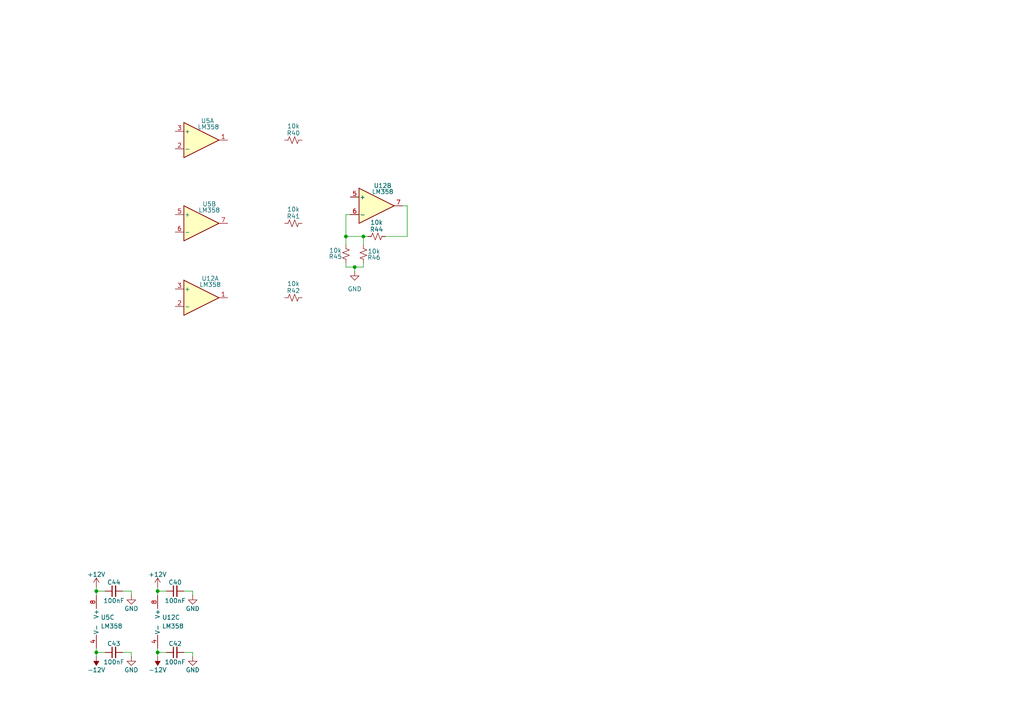
<source format=kicad_sch>
(kicad_sch (version 20231120) (generator "eeschema") (generator_version "8.0")
  (paper "A4")
  (lib_symbols
    (symbol "Amplifier_Operational:LM358" (pin_names (offset 0.127))
      (property "Reference" "U" (at 0 5.08 0))
      (property "Value" "LM358" (at 0 -5.08 0))
      (symbol "LM358_1_1"
        (polyline (pts (xy -5.08 5.08) (xy 5.08 0) (xy -5.08 -5.08) (xy -5.08 5.08)) (stroke (width 0.254)) (fill (type background)))
        (pin output line (at 7.62 0 180) (length 2.54) (name "~") (number "1"))
        (pin input line (at -7.62 -2.54 0) (length 2.54) (name "-") (number "2"))
        (pin input line (at -7.62 2.54 0) (length 2.54) (name "+") (number "3"))
      )
      (symbol "LM358_2_1"
        (polyline (pts (xy -5.08 5.08) (xy 5.08 0) (xy -5.08 -5.08) (xy -5.08 5.08)) (stroke (width 0.254)) (fill (type background)))
        (pin input line (at -7.62 2.54 0) (length 2.54) (name "+") (number "5"))
        (pin input line (at -7.62 -2.54 0) (length 2.54) (name "-") (number "6"))
        (pin output line (at 7.62 0 180) (length 2.54) (name "~") (number "7"))
      )
      (symbol "LM358_3_1"
        (pin power_in line (at -2.54 -7.62 90) (length 3.81) (name "V-") (number "4"))
        (pin power_in line (at -2.54 7.62 270) (length 3.81) (name "V+") (number "8"))
      )
    )
    (symbol "Device:C_Small" (pin_numbers hide) (pin_names (offset 0.254) hide)
      (property "Reference" "C" (at 0.254 1.778 0))
      (property "Value" "C_Small" (at 0.254 -2.032 0))
      (symbol "C_Small_0_1"
        (polyline (pts (xy -1.524 -0.508) (xy 1.524 -0.508)) (stroke (width 0.3302)))
        (polyline (pts (xy -1.524 0.508) (xy 1.524 0.508)) (stroke (width 0.3048)))
      )
      (symbol "C_Small_1_1"
        (pin passive line (at 0 2.54 270) (length 2.032) (name "~") (number "1"))
        (pin passive line (at 0 -2.54 90) (length 2.032) (name "~") (number "2"))
      )
    )
    (symbol "Device:R_Small_US" (pin_numbers hide) (pin_names (offset 0.254) hide)
      (property "Reference" "R" (at 0.762 0.508 0))
      (property "Value" "R_Small_US" (at 0.762 -1.016 0))
      (symbol "R_Small_US_1_1"
        (polyline (pts (xy 0 0) (xy 1.016 -0.381) (xy 0 -0.762) (xy -1.016 -1.143) (xy 0 -1.524)))
        (polyline (pts (xy 0 1.524) (xy 1.016 1.143) (xy 0 0.762) (xy -1.016 0.381) (xy 0 0)))
        (pin passive line (at 0 2.54 270) (length 1.016) (name "~") (number "1"))
        (pin passive line (at 0 -2.54 90) (length 1.016) (name "~") (number "2"))
      )
    )
    (symbol "power:+12V" (power) (pin_numbers hide) (pin_names (offset 0) hide)
      (property "Value" "+12V" (at 0 3.556 0))
      (symbol "+12V_0_1"
        (polyline (pts (xy -0.762 1.27) (xy 0 2.54)))
        (polyline (pts (xy 0 0) (xy 0 2.54)))
        (polyline (pts (xy 0 2.54) (xy 0.762 1.27)))
      )
      (symbol "+12V_1_1"
        (pin power_in line (at 0 0 90) (length 0) (name "~") (number "1"))
      )
    )
    (symbol "power:-12V" (power) (pin_numbers hide) (pin_names (offset 0) hide)
      (property "Value" "-12V" (at 0 3.556 0))
      (symbol "-12V_0_0"
        (pin power_in line (at 0 0 90) (length 0) (name "~") (number "1"))
      )
      (symbol "-12V_0_1"
        (polyline (pts (xy 0 0) (xy 0 1.27) (xy 0.762 1.27) (xy 0 2.54) (xy -0.762 1.27) (xy 0 1.27)) (fill (type outline)))
      )
    )
    (symbol "power:GND" (power) (pin_numbers hide) (pin_names (offset 0) hide)
      (property "Value" "GND" (at 0 -3.81 0))
      (symbol "GND_0_1"
        (polyline (pts (xy 0 0) (xy 0 -1.27) (xy 1.27 -1.27) (xy 0 -2.54) (xy -1.27 -1.27) (xy 0 -1.27)))
      )
      (symbol "GND_1_1"
        (pin power_in line (at 0 0 270) (length 0) (name "~") (number "1"))
      )
    )
  )
  (junction (at 45.72 189.23))
  (junction (at 45.72 171.45))
  (junction (at 100.33 68.58))
  (junction (at 105.41 68.58))
  (junction (at 27.94 171.45))
  (junction (at 27.94 189.23))
  (junction (at 102.87 77.47))
  (wire (pts (xy 27.94 189.23) (xy 27.94 190.5)))
  (wire (pts (xy 48.26 171.45) (xy 45.72 171.45)))
  (wire (pts (xy 38.1 190.5) (xy 38.1 189.23)))
  (wire (pts (xy 55.88 190.5) (xy 55.88 189.23)))
  (wire (pts (xy 27.94 171.45) (xy 27.94 172.72)))
  (wire (pts (xy 118.11 59.69) (xy 116.84 59.69)))
  (wire (pts (xy 100.33 76.2) (xy 100.33 77.47)))
  (wire (pts (xy 55.88 172.72) (xy 55.88 171.45)))
  (wire (pts (xy 27.94 189.23) (xy 27.94 187.96)))
  (wire (pts (xy 38.1 172.72) (xy 38.1 171.45)))
  (wire (pts (xy 105.41 68.58) (xy 105.41 71.12)))
  (wire (pts (xy 27.94 170.18) (xy 27.94 171.45)))
  (wire (pts (xy 118.11 59.69) (xy 118.11 68.58)))
  (wire (pts (xy 100.33 62.23) (xy 100.33 68.58)))
  (wire (pts (xy 100.33 68.58) (xy 100.33 71.12)))
  (wire (pts (xy 106.68 68.58) (xy 105.41 68.58)))
  (wire (pts (xy 30.48 171.45) (xy 27.94 171.45)))
  (wire (pts (xy 105.41 76.2) (xy 105.41 77.47)))
  (wire (pts (xy 100.33 77.47) (xy 102.87 77.47)))
  (wire (pts (xy 45.72 189.23) (xy 45.72 187.96)))
  (wire (pts (xy 48.26 189.23) (xy 45.72 189.23)))
  (wire (pts (xy 45.72 189.23) (xy 45.72 190.5)))
  (wire (pts (xy 45.72 171.45) (xy 45.72 172.72)))
  (wire (pts (xy 111.76 68.58) (xy 118.11 68.58)))
  (wire (pts (xy 101.6 62.23) (xy 100.33 62.23)))
  (wire (pts (xy 105.41 68.58) (xy 100.33 68.58)))
  (wire (pts (xy 105.41 77.47) (xy 102.87 77.47)))
  (wire (pts (xy 38.1 189.23) (xy 35.56 189.23)))
  (wire (pts (xy 38.1 171.45) (xy 35.56 171.45)))
  (wire (pts (xy 102.87 77.47) (xy 102.87 78.74)))
  (wire (pts (xy 30.48 189.23) (xy 27.94 189.23)))
  (wire (pts (xy 45.72 170.18) (xy 45.72 171.45)))
  (wire (pts (xy 55.88 171.45) (xy 53.34 171.45)))
  (wire (pts (xy 55.88 189.23) (xy 53.34 189.23)))
  (symbol (lib_id "power:GND") (at 102.87 78.74 0) (unit 1)
    (property "Reference" "#PWR081" (effects (hide yes)))
    (property "Value" "GND" (at 102.87 83.82 0))
    (property "Description" "Power symbol creates a global label with name \"GND\" , ground" (effects (hide yes)))
  )
  (symbol (lib_id "Device:R_Small_US") (at 85.09 40.64 270) (unit 1)
    (property "Reference" "R40" (at 85.09 38.608 90))
    (property "Value" "10k" (at 85.09 36.576 90))
    (property "Description" "Resistor, small US symbol" (effects (hide yes)))
  )
  (symbol (lib_id "power:+12V") (at 27.94 170.18 0) (unit 1)
    (property "Reference" "#PWR091" (effects (hide yes)))
    (property "Value" "+12V" (at 27.94 166.624 0))
    (property "Description" "Power symbol creates a global label with name \"+12V\"" (effects (hide yes)))
  )
  (symbol (lib_id "Amplifier_Operational:LM358") (at 109.22 59.69 0) (unit 2)
    (property "Reference" "U12" (at 110.998 53.848 0))
    (property "Value" "LM358" (at 110.998 55.626 0))
    (property "Datasheet" "http://www.ti.com/lit/ds/symlink/lm2904-n.pdf" (effects (hide yes)))
    (property "Description" "Low-Power, Dual Operational Amplifiers, DIP-8/SOIC-8/TO-99-8" (effects (hide yes)))
  )
  (symbol (lib_id "Device:R_Small_US") (at 85.09 86.36 270) (unit 1)
    (property "Reference" "R42" (at 85.09 84.328 90))
    (property "Value" "10k" (at 85.09 82.296 90))
    (property "Description" "Resistor, small US symbol" (effects (hide yes)))
  )
  (symbol (lib_id "Device:C_Small") (at 50.8 189.23 90) (unit 1)
    (property "Reference" "C42" (at 50.8 186.69 90))
    (property "Value" "100nF" (at 50.8 192.024 90))
    (property "Description" "Unpolarized capacitor, small symbol" (effects (hide yes)))
  )
  (symbol (lib_id "power:GND") (at 38.1 172.72 0) (unit 1)
    (property "Reference" "#PWR092" (effects (hide yes)))
    (property "Value" "GND" (at 38.1 176.53 0))
    (property "Description" "Power symbol creates a global label with name \"GND\" , ground" (effects (hide yes)))
  )
  (symbol (lib_id "Device:R_Small_US") (at 85.09 64.77 270) (unit 1)
    (property "Reference" "R41" (at 85.09 62.738 90))
    (property "Value" "10k" (at 85.09 60.706 90))
    (property "Description" "Resistor, small US symbol" (effects (hide yes)))
  )
  (symbol (lib_id "power:GND") (at 55.88 190.5 0) (unit 1)
    (property "Reference" "#PWR088" (effects (hide yes)))
    (property "Value" "GND" (at 55.88 194.31 0))
    (property "Description" "Power symbol creates a global label with name \"GND\" , ground" (effects (hide yes)))
  )
  (symbol (lib_id "power:+12V") (at 45.72 170.18 0) (unit 1)
    (property "Reference" "#PWR085" (effects (hide yes)))
    (property "Value" "+12V" (at 45.72 166.624 0))
    (property "Description" "Power symbol creates a global label with name \"+12V\"" (effects (hide yes)))
  )
  (symbol (lib_id "Amplifier_Operational:LM358") (at 48.26 180.34 0) (unit 3)
    (property "Reference" "U12" (at 46.99 179.0699 0) (effects (justify left)))
    (property "Value" "LM358" (at 46.99 181.6099 0) (effects (justify left)))
    (property "Datasheet" "http://www.ti.com/lit/ds/symlink/lm2904-n.pdf" (effects (hide yes)))
    (property "Description" "Low-Power, Dual Operational Amplifiers, DIP-8/SOIC-8/TO-99-8" (effects (hide yes)))
  )
  (symbol (lib_id "power:-12V") (at 45.72 190.5 180) (unit 1)
    (property "Reference" "#PWR087" (effects (hide yes)))
    (property "Value" "-12V" (at 45.72 194.31 0))
    (property "Description" "Power symbol creates a global label with name \"-12V\"" (effects (hide yes)))
  )
  (symbol (lib_id "Amplifier_Operational:LM358") (at 58.42 86.36 0) (unit 1)
    (property "Reference" "U12" (at 60.96 80.772 0))
    (property "Value" "LM358" (at 60.96 82.55 0))
    (property "Datasheet" "http://www.ti.com/lit/ds/symlink/lm2904-n.pdf" (effects (hide yes)))
    (property "Description" "Low-Power, Dual Operational Amplifiers, DIP-8/SOIC-8/TO-99-8" (effects (hide yes)))
  )
  (symbol (lib_id "Device:R_Small_US") (at 109.22 68.58 270) (unit 1)
    (property "Reference" "R44" (at 109.22 66.548 90))
    (property "Value" "10k" (at 109.22 64.516 90))
    (property "Description" "Resistor, small US symbol" (effects (hide yes)))
  )
  (symbol (lib_id "power:GND") (at 55.88 172.72 0) (unit 1)
    (property "Reference" "#PWR086" (effects (hide yes)))
    (property "Value" "GND" (at 55.88 176.53 0))
    (property "Description" "Power symbol creates a global label with name \"GND\" , ground" (effects (hide yes)))
  )
  (symbol (lib_id "Amplifier_Operational:LM358") (at 58.42 64.77 0) (unit 2)
    (property "Reference" "U5" (at 60.706 59.182 0))
    (property "Value" "LM358" (at 60.706 60.96 0))
    (property "Footprint" "Package_SO:SOIC-8_3.9x4.9mm_P1.27mm" (effects (hide yes)))
    (property "Datasheet" "http://www.ti.com/lit/ds/symlink/lm2904-n.pdf" (effects (hide yes)))
    (property "Description" "Low-Power, Dual Operational Amplifiers, DIP-8/SOIC-8/TO-99-8" (effects (hide yes)))
  )
  (symbol (lib_id "Device:C_Small") (at 50.8 171.45 90) (unit 1)
    (property "Reference" "C40" (at 50.8 168.91 90))
    (property "Value" "100nF" (at 50.8 174.244 90))
    (property "Description" "Unpolarized capacitor, small symbol" (effects (hide yes)))
  )
  (symbol (lib_id "Amplifier_Operational:LM358") (at 58.42 40.64 0) (unit 1)
    (property "Reference" "U5" (at 60.198 35.052 0))
    (property "Value" "LM358" (at 60.452 36.83 0))
    (property "Footprint" "Package_SO:SOIC-8_3.9x4.9mm_P1.27mm" (effects (hide yes)))
    (property "Datasheet" "http://www.ti.com/lit/ds/symlink/lm2904-n.pdf" (effects (hide yes)))
    (property "Description" "Low-Power, Dual Operational Amplifiers, DIP-8/SOIC-8/TO-99-8" (effects (hide yes)))
  )
  (symbol (lib_id "power:GND") (at 38.1 190.5 0) (unit 1)
    (property "Reference" "#PWR090" (effects (hide yes)))
    (property "Value" "GND" (at 38.1 194.31 0))
    (property "Description" "Power symbol creates a global label with name \"GND\" , ground" (effects (hide yes)))
  )
  (symbol (lib_id "Device:R_Small_US") (at 105.41 73.66 0) (unit 1)
    (property "Reference" "R46" (at 108.458 74.676 0))
    (property "Value" "10k" (at 108.458 72.898 0))
    (property "Description" "Resistor, small US symbol" (effects (hide yes)))
  )
  (symbol (lib_id "Amplifier_Operational:LM358") (at 30.48 180.34 0) (unit 3)
    (property "Reference" "U5" (at 29.21 179.0699 0) (effects (justify left)))
    (property "Value" "LM358" (at 29.21 181.6099 0) (effects (justify left)))
    (property "Footprint" "Package_SO:SOIC-8_3.9x4.9mm_P1.27mm" (effects (hide yes)))
    (property "Datasheet" "http://www.ti.com/lit/ds/symlink/lm2904-n.pdf" (effects (hide yes)))
    (property "Description" "Low-Power, Dual Operational Amplifiers, DIP-8/SOIC-8/TO-99-8" (effects (hide yes)))
  )
  (symbol (lib_id "Device:C_Small") (at 33.02 171.45 90) (unit 1)
    (property "Reference" "C44" (at 33.02 168.91 90))
    (property "Value" "100nF" (at 33.02 174.244 90))
    (property "Description" "Unpolarized capacitor, small symbol" (effects (hide yes)))
  )
  (symbol (lib_id "Device:R_Small_US") (at 100.33 73.66 0) (unit 1)
    (property "Reference" "R45" (at 97.282 74.422 0))
    (property "Value" "10k" (at 97.282 72.644 0))
    (property "Description" "Resistor, small US symbol" (effects (hide yes)))
  )
  (symbol (lib_id "power:-12V") (at 27.94 190.5 180) (unit 1)
    (property "Reference" "#PWR089" (effects (hide yes)))
    (property "Value" "-12V" (at 27.94 194.31 0))
    (property "Description" "Power symbol creates a global label with name \"-12V\"" (effects (hide yes)))
  )
  (symbol (lib_id "Device:C_Small") (at 33.02 189.23 90) (unit 1)
    (property "Reference" "C43" (at 33.02 186.69 90))
    (property "Value" "100nF" (at 33.02 192.024 90))
    (property "Description" "Unpolarized capacitor, small symbol" (effects (hide yes)))
  )
)
</source>
